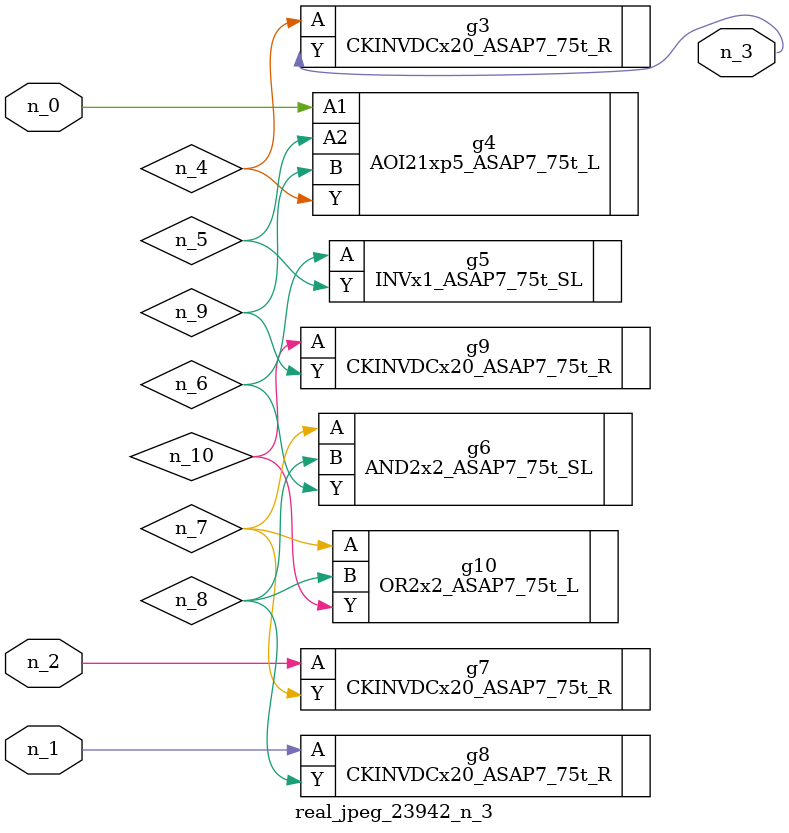
<source format=v>
module real_jpeg_23942_n_3 (n_1, n_0, n_2, n_3);

input n_1;
input n_0;
input n_2;

output n_3;

wire n_5;
wire n_4;
wire n_8;
wire n_6;
wire n_7;
wire n_10;
wire n_9;

AOI21xp5_ASAP7_75t_L g4 ( 
.A1(n_0),
.A2(n_5),
.B(n_9),
.Y(n_4)
);

CKINVDCx20_ASAP7_75t_R g8 ( 
.A(n_1),
.Y(n_8)
);

CKINVDCx20_ASAP7_75t_R g7 ( 
.A(n_2),
.Y(n_7)
);

CKINVDCx20_ASAP7_75t_R g3 ( 
.A(n_4),
.Y(n_3)
);

INVx1_ASAP7_75t_SL g5 ( 
.A(n_6),
.Y(n_5)
);

AND2x2_ASAP7_75t_SL g6 ( 
.A(n_7),
.B(n_8),
.Y(n_6)
);

OR2x2_ASAP7_75t_L g10 ( 
.A(n_7),
.B(n_8),
.Y(n_10)
);

CKINVDCx20_ASAP7_75t_R g9 ( 
.A(n_10),
.Y(n_9)
);


endmodule
</source>
